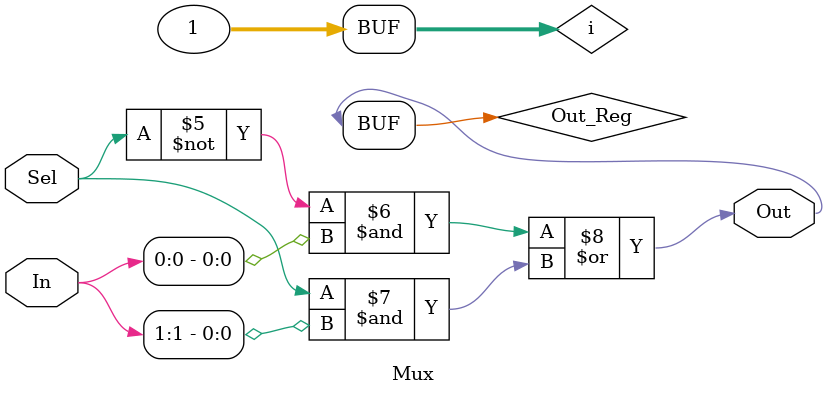
<source format=v>
`timescale 1ns / 1ps
module Systolic (Clk,En,Est,Ld,A,Mem_In,Result);
input Clk,En,Est,Ld;
input [71:0] A;
input [647:0] Mem_In;
output reg [143:0] Result;
wire [15:0] Result_Wire[0:8][0:8];
wire [7:0] Passthrough_Wire[0:8][0:8];
wire [7:0]Ain[0:8];
reg [7:0] Mem_Inin[0:8][0:8];
integer Parse_Col, Parse_Row;

always @* begin
    for (Parse_Col=0; Parse_Col<9; Parse_Col = Parse_Col+1) begin
            Result[Parse_Col*16+:16] <= Result_Wire[Parse_Col][8];
        for (Parse_Row=0; Parse_Row<9; Parse_Row = Parse_Row+1) begin
            Mem_Inin[Parse_Col][Parse_Row] <= Mem_In [(Parse_Col*72)+(Parse_Row*8)+:8];
        end
    end
end

pe PE0 (Clk,En,Est,Ld,A[7:0],Mem_Inin[0][0],16'd0,Result_Wire[0][0],Passthrough_Wire[0][0]);
genvar i,j;
generate
    for (j=1;j<9;j=j+1) begin
        pe PE1 (Clk,En,Est,Ld,A[(j)*8+7:(j)*8],Mem_Inin[0][j],Result_Wire[0][j-1],Result_Wire[0][j],Passthrough_Wire[0][j]);
        pe PE2 (Clk,En,Est,Ld,Passthrough_Wire[j-1][0],Mem_Inin[j][0],16'd0,Result_Wire[j][0],Passthrough_Wire[j][0]);
        for (i=1;i<9;i=i+1) begin
            pe PE3 (Clk,En,Est,Ld,Passthrough_Wire[j-1][i],Mem_Inin[j][i],Result_Wire[j][i-1],Result_Wire[j][i],Passthrough_Wire[j][i]);
        end
    end
endgenerate
endmodule

module pe(Clk,En,Rst,Ld,A,Mem_In,C,Result,Aout);
input Clk,En,Rst,Ld;
input [7:0] A, Mem_In ;
input [15:0] C;
output reg [15:0] Result;
output reg [7:0] Aout;
reg [15:0] Prod_Reg;
reg [7:0] Memory;
wire cout;

always@* begin
Aout <= A;
end

wire [15:0] Prod_Wire;
wire [15:0] Result_Wire;
Vedic_8bit IN1 (A,Memory,Prod_Wire);
always@(posedge Clk) begin
     if (Rst == 1'b1) begin
     Prod_Reg <= 16'd0;
     Memory <= 8'd0;
     end
     else if (Ld == 1'b1) begin
     Memory <= Mem_In;
     end
     else begin
     Prod_Reg <= Prod_Wire;
     end
end
CSLA_16bit IN2 (Prod_Reg,C,Result_Wire,cout);
always@(posedge Clk) begin
    if (Rst == 1'b1) begin
     Result <= 16'd0;
     end
    else if (Ld) begin
     end
    else begin
     Result <= Result_Wire;
    end
end
endmodule

module Vedic_2bit(A,B,Prod);
input [1:0] A,B;
output [3:0] Prod;
wire Nand2,Nand3,Nand4;
wire Carry1, Carry2;
assign Nand2 = A[1]&B[0];
assign Nand3 = A[0]&B[1];
assign Nand4 = A[1]&B[1];
assign Prod [0] = A[0]&B[0];
Full_Adder IN1 (Nand2,Nand3, 1'b0,Prod[1],Carry1);
Full_Adder IN2 (Carry1, Nand4,1'b0, Prod[2],Prod[3]);
endmodule

module Vedic_4bit(A,B,Prod);
input [3:0] A,B;
output [7:0] Prod;
wire [3:0] Vedic_Prod1,Vedic_Prod2,Vedic_Prod3,Vedic_Prod4;
wire [3:0] Sum1,Sum2,Sum3;
wire Carry1, Carry2, Carry3;
Vedic_2bit IN1 (A[1:0],B[1:0],Vedic_Prod1);
Vedic_2bit IN2 (A[1:0],B[3:2],Vedic_Prod2);
Vedic_2bit IN3 (A[3:2],B[1:0],Vedic_Prod3);
Vedic_2bit IN4 (A[3:2],B[3:2],Vedic_Prod4);
RCA_4bit IN5 ( Vedic_Prod2                  , Vedic_Prod3   , Sum1  , Carry1);
RCA_4bit IN6 ( {1'b0,1'b0,Vedic_Prod1[3:2]} , Sum1          , Sum2  , Carry2);
RCA_4bit IN7 ( {1'b0,Carry2,Sum2[3:2]}      , Vedic_Prod4   , Sum3  , Carry3);
assign Prod[1:0] = Vedic_Prod1[1:0];
assign Prod[3:2] = Sum2[1:0];
assign Prod[7:4] = Sum3[3:0];
endmodule

module Vedic_8bit(A,B,Prod);
input [7:0] A,B;
output [15:0] Prod;
wire [7:0] Vedic_Prod1,Vedic_Prod2,Vedic_Prod3,Vedic_Prod4;
wire [7:0] Sum1,Sum2,Sum3;
wire Carry1, Carry2, Carry3;
Vedic_4bit IN1 (A[3:0],B[3:0],Vedic_Prod1);
Vedic_4bit IN2 (A[3:0],B[7:4],Vedic_Prod2);
Vedic_4bit IN3 (A[7:4],B[3:0],Vedic_Prod3);
Vedic_4bit IN4 (A[7:4],B[7:4],Vedic_Prod4);
CSLA_8bit IN5 ( Vedic_Prod2                  , Vedic_Prod3   , Sum1  , Carry1);
CSLA_8bit IN6 ( {4'd0,Vedic_Prod1[7:4]}      , Sum1          , Sum2  , Carry2);
CSLA_8bit IN7 ( {3'd0,Carry2,Sum2[7:4]}      , Vedic_Prod4   , Sum3  , Carry3);
assign Prod[3:0] = Vedic_Prod1[3:0];
assign Prod[7:4] = Sum2[3:0];
assign Prod[15:8] = Sum3[7:0];
endmodule

module CSLA_16bit(A,B,Sum,Cout);
input [15:0] A,B;
output [15:0] Sum;
output Cout;

//Most significant bit of the sum is the carry out.
wire [2:0] RCA_Sum1,RCA_Sum2;
wire [3:0] RCA_Sum3;
wire [4:0] RCA_Sum4;
wire [5:0] RCA_Sum5;
wire RCA_Cout1,RCA_Cout2,RCA_Cout3,RCA_Cout4,RCA_Cout5;

wire [2:0] BEC_Sum3;
wire [3:0] BEC_Sum4;
wire [4:0] BEC_Sum5;
wire [5:0] BEC_Sum6;

wire [2:0] Mux_6to3;
wire [3:0] Mux_8to4;
wire [4:0] Mux_10to5;
wire [5:0] Mux_12to6;

RCA_2bit IN1 (A[1:0],B[1:0],RCA_Sum1[1:0],RCA_Sum1[2]);
RCA_2bit IN2 (A[3:2],B[3:2],RCA_Sum2[1:0],RCA_Sum2[2]);
RCA_3bit IN3 (A[6:4],B[6:4],RCA_Sum3[2:0],RCA_Sum3[3]);
RCA_4bit IN4 (A[10:7],B[10:7],RCA_Sum4[3:0],RCA_Sum4[4]);
RCA_5bit IN5 (A[15:11],B[15:11],RCA_Sum5[4:0],RCA_Sum5[5]);

BEC_3bit IN6(RCA_Sum2,BEC_Sum3);
BEC_4bit IN7(RCA_Sum3,BEC_Sum4);
BEC_5bit IN8(RCA_Sum4,BEC_Sum5);
BEC_6bit IN9(RCA_Sum5,BEC_Sum6);

Mux #(6,3) IN10 ({BEC_Sum3,RCA_Sum2}, RCA_Sum1[2], Mux_6to3);
Mux #(8,4) IN11 ({BEC_Sum4,RCA_Sum3}, Mux_6to3[2], Mux_8to4);
Mux #(10,5) IN12 ({BEC_Sum5,RCA_Sum4}, Mux_8to4[3], Mux_10to5);
Mux #(12,6) IN13 ({BEC_Sum6,RCA_Sum5}, Mux_10to5[4], Mux_12to6);


assign Sum [1:0] = RCA_Sum1[1:0];
assign Sum [3:2] = Mux_6to3[1:0];
assign Sum [6:4] = Mux_8to4[2:0];
assign Sum [10:7] = Mux_10to5[3:0];
assign Sum [15:11] = Mux_12to6[4:0];
assign Cout = Mux_12to6[5];
endmodule

module CSLA_8bit(A,B,Sum,Cout);
input [7:0] A,B;
output [7:0] Sum;
output Cout;

//Most significant bit of the sum is the carry out.
wire [1:0] RCA_Sum1;
wire [2:0] RCA_Sum2,RCA_Sum3;
wire [3:0] RCA_Sum4;

wire [2:0] BEC_Sum1;
wire [2:0] BEC_Sum2;
wire [3:0] BEC_Sum3;

wire [2:0] First_Mux_6to3;
wire [2:0] Second_Mux_6to3;
wire [3:0] Mux_8to4;

Full_Adder In1 (A[0],B[0],1'b0,RCA_Sum1[0], RCA_Sum1[1]);
RCA_2bit IN2 (A[2:1],B[2:1],RCA_Sum2[1:0],RCA_Sum2[2]);
RCA_2bit IN3 (A[4:3],B[4:3],RCA_Sum3[1:0],RCA_Sum3[2]);
RCA_3bit IN4 (A[7:5],B[7:5],RCA_Sum4[2:0],RCA_Sum4[3]);

BEC_3bit IN5(RCA_Sum2,BEC_Sum1);
BEC_3bit IN6(RCA_Sum3,BEC_Sum2);
BEC_4bit IN7(RCA_Sum4,BEC_Sum3);

Mux #(6,3) IN8 ({BEC_Sum1,RCA_Sum2}, RCA_Sum1[1], First_Mux_6to3);
Mux #(6,3) IN9 ({BEC_Sum2,RCA_Sum3}, First_Mux_6to3[2], Second_Mux_6to3);
Mux #(8,4) IN10 ({BEC_Sum3,RCA_Sum4}, Second_Mux_6to3[2], Mux_8to4);


assign Sum [0] = RCA_Sum1[0];
assign Sum [2:1] = First_Mux_6to3[1:0];
assign Sum [4:3] = Second_Mux_6to3[1:0];
assign Sum [7:5] = Mux_8to4[2:0];
assign Cout = Mux_8to4[3];
endmodule

module BEC_3bit (Bec3_Input, Bec3_Output);
input [2:0] Bec3_Input;
output [2:0] Bec3_Output;
assign Bec3_Output[0] = ~Bec3_Input[0];
assign Bec3_Output[1] = Bec3_Input[0]^Bec3_Input[1];
assign Bec3_Output[2] = Bec3_Input[2]^(Bec3_Input[0]&Bec3_Input[1]);
endmodule

module BEC_4bit (Bec4_Input, Bec4_Output);
input [3:0] Bec4_Input;
output [3:0] Bec4_Output;
assign Bec4_Output[0] = ~Bec4_Input[0];
assign Bec4_Output[1] = Bec4_Input[0]^Bec4_Input[1];
assign Bec4_Output[2] = Bec4_Input[2]^(Bec4_Input[0]&Bec4_Input[1]);
assign Bec4_Output[3] = Bec4_Input[3]^(Bec4_Input[0]&Bec4_Input[1]&Bec4_Input[2]);
endmodule

module BEC_5bit (Bec5_Input, Bec5_Output);
input [4:0] Bec5_Input;
output [4:0] Bec5_Output;
assign Bec5_Output[0] = ~Bec5_Input[0];
assign Bec5_Output[1] = Bec5_Input[0]^Bec5_Input[1];
assign Bec5_Output[2] = Bec5_Input[2]^(Bec5_Input[0]&Bec5_Input[1]);
assign Bec5_Output[3] = Bec5_Input[3]^(Bec5_Input[0]&Bec5_Input[1]&Bec5_Input[2]);
assign Bec5_Output[4] = Bec5_Input[4]^(Bec5_Input[0]&Bec5_Input[1]&Bec5_Input[2]&Bec5_Input[3]);
endmodule

module BEC_6bit (Bec6_Input, Bec6_Output);
input [5:0] Bec6_Input;
output [5:0] Bec6_Output;
assign Bec6_Output[0] = ~Bec6_Input[0];
assign Bec6_Output[1] = Bec6_Input[0]^Bec6_Input[1];
assign Bec6_Output[2] = Bec6_Input[2]^(Bec6_Input[0]&Bec6_Input[1]);
assign Bec6_Output[3] = Bec6_Input[3]^(Bec6_Input[0]&Bec6_Input[1]&Bec6_Input[2]);
assign Bec6_Output[4] = Bec6_Input[4]^(Bec6_Input[0]&Bec6_Input[1]&Bec6_Input[2]&Bec6_Input[3]);
assign Bec6_Output[5] = Bec6_Input[5]^(Bec6_Input[0]&Bec6_Input[1]&Bec6_Input[2]&Bec6_Input[3]&Bec6_Input[4]);
endmodule

module RCA_2bit (A,B,Sum_2bit,Cout_2bit);
input [1:0] A;
input [1:0] B;
output [1:0] Sum_2bit;
output Cout_2bit;
wire Cout;
Full_Adder IN1 (A[0],B[0],1'b0,Sum_2bit[0],Cout);
Full_Adder IN2 (A[1],B[1],Cout,Sum_2bit[1],Cout_2bit);
endmodule

module RCA_3bit (A,B,Sum_3bit,Cout_3bit);
input [2:0] A;
input [2:0] B;
output [2:0] Sum_3bit;
output Cout_3bit;
wire [1:0] Cout;
Full_Adder IN1 (A[0],B[0],1'b0,Sum_3bit[0],Cout[0]);
Full_Adder IN2 (A[1],B[1],Cout[0],Sum_3bit[1],Cout[1]);
Full_Adder IN3 (A[2],B[2],Cout[1],Sum_3bit[2],Cout_3bit);
endmodule

module RCA_4bit (A,B,Sum_4bit,Cout_4bit);
input [3:0] A;
input [3:0] B;
output [3:0] Sum_4bit;
output Cout_4bit;
wire [2:0] Cout;
Full_Adder IN1 (A[0],B[0],1'b0,Sum_4bit[0],Cout[0]);
Full_Adder IN2 (A[1],B[1],Cout[0],Sum_4bit[1],Cout[1]);
Full_Adder IN3 (A[2],B[2],Cout[1],Sum_4bit[2],Cout[2]);
Full_Adder IN4 (A[3],B[3],Cout[2],Sum_4bit[3],Cout_4bit);
endmodule

module RCA_5bit (A,B,Sum_5bit,Cout_5bit);
input [4:0] A;
input [4:0] B;
output [4:0] Sum_5bit;
output Cout_5bit;
wire [3:0] Cout;
Full_Adder IN1 (A[0],B[0],1'b0,Sum_5bit[0],Cout[0]);
Full_Adder IN2 (A[1],B[1],Cout[0],Sum_5bit[1],Cout[1]);
Full_Adder IN3 (A[2],B[2],Cout[1],Sum_5bit[2],Cout[2]);
Full_Adder IN4 (A[3],B[3],Cout[2],Sum_5bit[3],Cout[3]);
Full_Adder IN5 (A[4],B[4],Cout[3],Sum_5bit[4],Cout_5bit);
endmodule

module Full_Adder (A,B,Cin,Sum,Cout);
input A,B,Cin;
output Sum,Cout;
assign Sum = A^B^Cin;
assign Cout = (A&B)|((A^B)&Cin);
endmodule

module Mux #(parameter from = 2 , parameter to = 1)(In,Sel,Out);
input [from-1:0] In;
input Sel;
output [to-1:0] Out;
integer i;
reg [to-1:0] Out_Reg;
assign Out = Out_Reg;
always @* begin 
for (i = 0; i<to; i=i+1) begin
    Out_Reg[i] <= (~Sel&In[i])|(Sel&In[i+to]);
    end
end
endmodule




</source>
